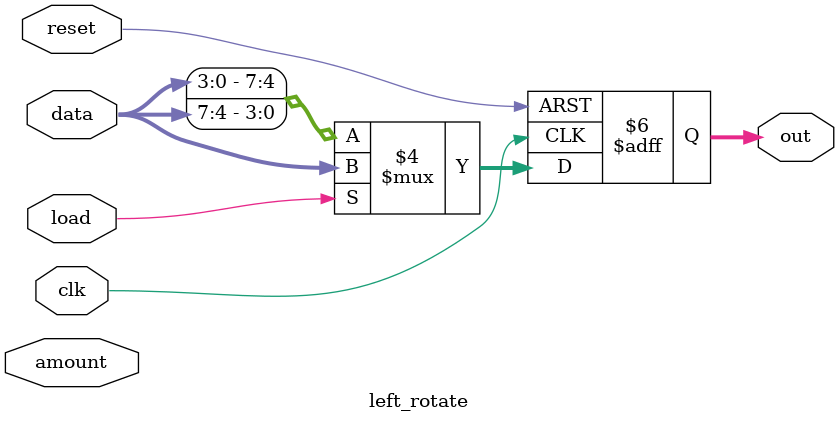
<source format=v>
module left_rotate(clk,reset,amount,data,load,out);
input clk,reset;
input [2:0] amount;
input [7:0] data;
input load;
output reg [7:0] out;
// when load is high, load data to out
// otherwise rotate the out register followed by left shift the out register by amount bits
always@(posedge clk or negedge reset)
begin
if(!reset)
out <= 8'b0;
else if(load)
out <= data;
else
out <= {data[7:4],data[3:0],data[7:4]};
end
endmodule

</source>
